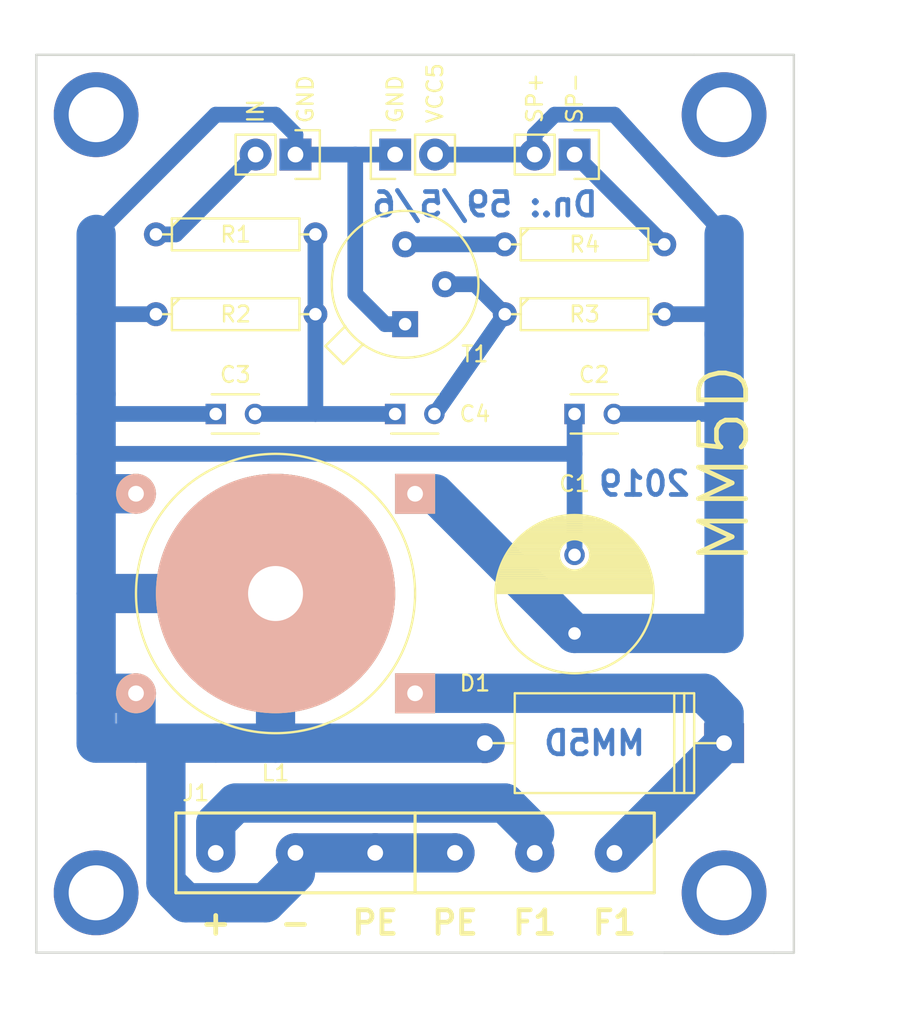
<source format=kicad_pcb>
(kicad_pcb (version 4) (host pcbnew 4.0.5+dfsg1-4)

  (general
    (links 0)
    (no_connects 0)
    (area 109.862857 65.015713 178.029999 132.240001)
    (thickness 1.6)
    (drawings 33)
    (tracks 75)
    (zones 0)
    (modules 24)
    (nets 1)
  )

  (page A4)
  (title_block
    (title "MM5D controlling and remote monitoring equipment")
    (date 2019-11-01)
    (rev 191101)
    (company "Pozsar Zsolt - http://www.szerafingomba.hu")
    (comment 4 "Draw no.: 59/5/6")
  )

  (layers
    (0 F.Cu signal)
    (31 B.Cu jumper)
    (32 B.Adhes user)
    (33 F.Adhes user)
    (34 B.Paste user)
    (35 F.Paste user)
    (36 B.SilkS user)
    (37 F.SilkS user)
    (38 B.Mask user)
    (39 F.Mask user)
    (40 Dwgs.User user)
    (41 Cmts.User user)
    (42 Eco1.User user)
    (43 Eco2.User user)
    (44 Edge.Cuts user)
    (45 Margin user)
    (46 B.CrtYd user)
    (47 F.CrtYd user)
    (48 B.Fab user)
    (49 F.Fab user)
  )

  (setup
    (last_trace_width 0.25)
    (user_trace_width 1)
    (user_trace_width 2.5)
    (trace_clearance 0.2)
    (zone_clearance 0.508)
    (zone_45_only no)
    (trace_min 0.2)
    (segment_width 0.2)
    (edge_width 0.15)
    (via_size 0.6)
    (via_drill 0.4)
    (via_min_size 0.4)
    (via_min_drill 0.3)
    (uvia_size 0.3)
    (uvia_drill 0.1)
    (uvias_allowed no)
    (uvia_min_size 0.2)
    (uvia_min_drill 0.1)
    (pcb_text_width 0.3)
    (pcb_text_size 1.5 1.5)
    (mod_edge_width 0.15)
    (mod_text_size 1 1)
    (mod_text_width 0.15)
    (pad_size 2.49936 2.49936)
    (pad_drill 1)
    (pad_to_mask_clearance 0.2)
    (aux_axis_origin 0 0)
    (visible_elements 7FFEEF7F)
    (pcbplotparams
      (layerselection 0x00000_80000000)
      (usegerberextensions false)
      (excludeedgelayer false)
      (linewidth 0.150000)
      (plotframeref true)
      (viasonmask false)
      (mode 1)
      (useauxorigin false)
      (hpglpennumber 1)
      (hpglpenspeed 20)
      (hpglpendiameter 15)
      (hpglpenoverlay 2)
      (psnegative false)
      (psa4output false)
      (plotreference true)
      (plotvalue false)
      (plotinvisibletext false)
      (padsonsilk false)
      (subtractmaskfromsilk false)
      (outputformat 5)
      (mirror true)
      (drillshape 1)
      (scaleselection 1)
      (outputdirectory ""))
  )

  (net 0 "")

  (net_class Default "This is the default net class."
    (clearance 0.2)
    (trace_width 0.25)
    (via_dia 0.6)
    (via_drill 0.4)
    (uvia_dia 0.3)
    (uvia_drill 0.1)
  )

  (module Wire_Pads:SolderWirePad_single_1mmDrill (layer F.Cu) (tedit 5E4F07E4) (tstamp 5E4F1990)
    (at 149.86 119.38)
    (fp_text reference REF** (at 0 -3.81) (layer F.SilkS) hide
      (effects (font (size 1 1) (thickness 0.15)))
    )
    (fp_text value SolderWirePad_single_1mmDrill (at -1.905 3.175) (layer F.Fab)
      (effects (font (size 1 1) (thickness 0.15)))
    )
    (pad 2 thru_hole circle (at 0 0) (size 2.49936 2.49936) (drill 1) (layers *.Cu *.Mask))
  )

  (module Wire_Pads:SolderWirePad_single_1mmDrill (layer F.Cu) (tedit 5E4F07DF) (tstamp 5E4F198C)
    (at 144.78 119.38)
    (fp_text reference REF** (at 0 -3.81) (layer F.SilkS) hide
      (effects (font (size 1 1) (thickness 0.15)))
    )
    (fp_text value SolderWirePad_single_1mmDrill (at -1.905 3.175) (layer F.Fab)
      (effects (font (size 1 1) (thickness 0.15)))
    )
    (pad 1 thru_hole circle (at 0 0) (size 2.49936 2.49936) (drill 1) (layers *.Cu *.Mask))
  )

  (module Wire_Pads:SolderWirePad_single_1mmDrill (layer F.Cu) (tedit 5E4F07EB) (tstamp 5E4F1988)
    (at 154.94 119.38)
    (fp_text reference REF** (at 0 -3.81) (layer F.SilkS) hide
      (effects (font (size 1 1) (thickness 0.15)))
    )
    (fp_text value SolderWirePad_single_1mmDrill (at -1.905 3.175) (layer F.Fab)
      (effects (font (size 1 1) (thickness 0.15)))
    )
    (pad 3 thru_hole circle (at 0 0) (size 2.49936 2.49936) (drill 1) (layers *.Cu *.Mask))
  )

  (module Wire_Pads:SolderWirePad_single_1mmDrill (layer F.Cu) (tedit 5E4F07D9) (tstamp 5E4F1984)
    (at 139.7 119.38)
    (fp_text reference REF** (at 0 -3.81) (layer F.SilkS) hide
      (effects (font (size 1 1) (thickness 0.15)))
    )
    (fp_text value SolderWirePad_single_1mmDrill (at -1.905 3.175) (layer F.Fab)
      (effects (font (size 1 1) (thickness 0.15)))
    )
    (pad 3 thru_hole circle (at 0 0) (size 2.49936 2.49936) (drill 1) (layers *.Cu *.Mask))
  )

  (module Wire_Pads:SolderWirePad_single_1mmDrill (layer F.Cu) (tedit 5E4F07D5) (tstamp 5E4F1980)
    (at 134.62 119.38)
    (fp_text reference REF** (at 0 -3.81) (layer F.SilkS) hide
      (effects (font (size 1 1) (thickness 0.15)))
    )
    (fp_text value SolderWirePad_single_1mmDrill (at -1.905 3.175) (layer F.Fab)
      (effects (font (size 1 1) (thickness 0.15)))
    )
    (pad 2 thru_hole circle (at 0 0) (size 2.49936 2.49936) (drill 1) (layers *.Cu *.Mask))
  )

  (module Pin_Headers:Pin_Header_Straight_1x02 (layer F.Cu) (tedit 5E4F07A1) (tstamp 5E4823B8)
    (at 152.4 74.93 270)
    (descr "Through hole pin header")
    (tags "pin header")
    (fp_text reference REF** (at 0 -5.1 270) (layer F.SilkS) hide
      (effects (font (size 1 1) (thickness 0.15)))
    )
    (fp_text value Pin_Header_Straight_1x02 (at 0 -3.1 270) (layer F.Fab)
      (effects (font (size 1 1) (thickness 0.15)))
    )
    (fp_line (start 1.27 1.27) (end 1.27 3.81) (layer F.SilkS) (width 0.15))
    (fp_line (start 1.55 -1.55) (end 1.55 0) (layer F.SilkS) (width 0.15))
    (fp_line (start -1.75 -1.75) (end -1.75 4.3) (layer F.CrtYd) (width 0.05))
    (fp_line (start 1.75 -1.75) (end 1.75 4.3) (layer F.CrtYd) (width 0.05))
    (fp_line (start -1.75 -1.75) (end 1.75 -1.75) (layer F.CrtYd) (width 0.05))
    (fp_line (start -1.75 4.3) (end 1.75 4.3) (layer F.CrtYd) (width 0.05))
    (fp_line (start 1.27 1.27) (end -1.27 1.27) (layer F.SilkS) (width 0.15))
    (fp_line (start -1.55 0) (end -1.55 -1.55) (layer F.SilkS) (width 0.15))
    (fp_line (start -1.55 -1.55) (end 1.55 -1.55) (layer F.SilkS) (width 0.15))
    (fp_line (start -1.27 1.27) (end -1.27 3.81) (layer F.SilkS) (width 0.15))
    (fp_line (start -1.27 3.81) (end 1.27 3.81) (layer F.SilkS) (width 0.15))
    (pad 1 thru_hole rect (at 0 0 270) (size 2.032 2.032) (drill 1) (layers *.Cu *.Mask))
    (pad 2 thru_hole oval (at 0 2.54 270) (size 2.032 2.032) (drill 1) (layers *.Cu *.Mask))
    (model Pin_Headers.3dshapes/Pin_Header_Straight_1x02.wrl
      (at (xyz 0 -0.05 0))
      (scale (xyz 1 1 1))
      (rotate (xyz 0 0 90))
    )
  )

  (module Pin_Headers:Pin_Header_Straight_1x02 (layer F.Cu) (tedit 5E4F0797) (tstamp 5E4823A8)
    (at 140.97 74.93 90)
    (descr "Through hole pin header")
    (tags "pin header")
    (fp_text reference REF** (at 0 -5.1 90) (layer F.SilkS) hide
      (effects (font (size 1 1) (thickness 0.15)))
    )
    (fp_text value Pin_Header_Straight_1x02 (at 0 -3.1 90) (layer F.Fab)
      (effects (font (size 1 1) (thickness 0.15)))
    )
    (fp_line (start 1.27 1.27) (end 1.27 3.81) (layer F.SilkS) (width 0.15))
    (fp_line (start 1.55 -1.55) (end 1.55 0) (layer F.SilkS) (width 0.15))
    (fp_line (start -1.75 -1.75) (end -1.75 4.3) (layer F.CrtYd) (width 0.05))
    (fp_line (start 1.75 -1.75) (end 1.75 4.3) (layer F.CrtYd) (width 0.05))
    (fp_line (start -1.75 -1.75) (end 1.75 -1.75) (layer F.CrtYd) (width 0.05))
    (fp_line (start -1.75 4.3) (end 1.75 4.3) (layer F.CrtYd) (width 0.05))
    (fp_line (start 1.27 1.27) (end -1.27 1.27) (layer F.SilkS) (width 0.15))
    (fp_line (start -1.55 0) (end -1.55 -1.55) (layer F.SilkS) (width 0.15))
    (fp_line (start -1.55 -1.55) (end 1.55 -1.55) (layer F.SilkS) (width 0.15))
    (fp_line (start -1.27 1.27) (end -1.27 3.81) (layer F.SilkS) (width 0.15))
    (fp_line (start -1.27 3.81) (end 1.27 3.81) (layer F.SilkS) (width 0.15))
    (pad 1 thru_hole rect (at 0 0 90) (size 2.032 2.032) (drill 1) (layers *.Cu *.Mask))
    (pad 2 thru_hole oval (at 0 2.54 90) (size 2.032 2.032) (drill 1) (layers *.Cu *.Mask))
    (model Pin_Headers.3dshapes/Pin_Header_Straight_1x02.wrl
      (at (xyz 0 -0.05 0))
      (scale (xyz 1 1 1))
      (rotate (xyz 0 0 90))
    )
  )

  (module Mounting_Holes:MountingHole_2.7mm_M2.5_Pad (layer F.Cu) (tedit 5E4F0639) (tstamp 5D95109B)
    (at 121.92 121.92)
    (descr "Mounting Hole 2.7mm, M2.5")
    (tags "mounting hole 2.7mm m2.5")
    (fp_text reference REF** (at 0 -6.35) (layer F.SilkS) hide
      (effects (font (size 1 1) (thickness 0.15)))
    )
    (fp_text value MountingHole_2.7mm_M2.5_Pad (at 0 -8.89) (layer F.Fab) hide
      (effects (font (size 1 1) (thickness 0.15)))
    )
    (fp_circle (center 0 0) (end 2.7 0) (layer Cmts.User) (width 0.15))
    (fp_circle (center 0 0) (end 2.95 0) (layer F.CrtYd) (width 0.05))
    (pad 1 thru_hole circle (at 0 0) (size 5.4 5.4) (drill 3.5) (layers *.Cu *.Mask))
  )

  (module Mounting_Holes:MountingHole_2.7mm_M2.5_Pad (layer F.Cu) (tedit 5E4F0633) (tstamp 5D951091)
    (at 161.925 121.92)
    (descr "Mounting Hole 2.7mm, M2.5")
    (tags "mounting hole 2.7mm m2.5")
    (fp_text reference REF** (at 0 -6.35) (layer F.SilkS) hide
      (effects (font (size 1 1) (thickness 0.15)))
    )
    (fp_text value MountingHole_2.7mm_M2.5_Pad (at 0 -8.89) (layer F.Fab) hide
      (effects (font (size 1 1) (thickness 0.15)))
    )
    (fp_circle (center 0 0) (end 2.7 0) (layer Cmts.User) (width 0.15))
    (fp_circle (center 0 0) (end 2.95 0) (layer F.CrtYd) (width 0.05))
    (pad 1 thru_hole circle (at 0 0) (size 5.4 5.4) (drill 3.5) (layers *.Cu *.Mask))
  )

  (module Mounting_Holes:MountingHole_2.7mm_M2.5_Pad (layer F.Cu) (tedit 5E4F062C) (tstamp 5D9510AB)
    (at 161.925 72.39)
    (descr "Mounting Hole 2.7mm, M2.5")
    (tags "mounting hole 2.7mm m2.5")
    (fp_text reference REF** (at 0 5.715) (layer F.SilkS) hide
      (effects (font (size 1 1) (thickness 0.15)))
    )
    (fp_text value MountingHole_2.7mm_M2.5_Pad (at 0 8.255) (layer F.Fab) hide
      (effects (font (size 1 1) (thickness 0.15)))
    )
    (fp_circle (center 0 0) (end 2.7 0) (layer Cmts.User) (width 0.15))
    (fp_circle (center 0 0) (end 2.95 0) (layer F.CrtYd) (width 0.05))
    (pad 1 thru_hole circle (at 0 0) (size 5.4 5.4) (drill 3.5) (layers *.Cu *.Mask))
  )

  (module Mounting_Holes:MountingHole_2.7mm_M2.5_Pad (layer F.Cu) (tedit 5E4F061D) (tstamp 5D9510B8)
    (at 121.92 72.39)
    (descr "Mounting Hole 2.7mm, M2.5")
    (tags "mounting hole 2.7mm m2.5")
    (fp_text reference REF** (at 0 5.715) (layer F.SilkS) hide
      (effects (font (size 1 1) (thickness 0.15)))
    )
    (fp_text value MountingHole_2.7mm_M2.5_Pad (at 0.635 8.255) (layer F.Fab) hide
      (effects (font (size 1 1) (thickness 0.15)))
    )
    (fp_circle (center 0 0) (end 2.7 0) (layer Cmts.User) (width 0.15))
    (fp_circle (center 0 0) (end 2.95 0) (layer F.CrtYd) (width 0.05))
    (pad 1 thru_hole circle (at 0 0) (size 5.4 5.4) (drill 3.5) (layers *.Cu *.Mask))
  )

  (module Pin_Headers:Pin_Header_Straight_1x02 (layer F.Cu) (tedit 5E4F078E) (tstamp 5D9922CC)
    (at 134.62 74.93 270)
    (descr "Through hole pin header")
    (tags "pin header")
    (fp_text reference REF** (at 0 -5.1 270) (layer F.SilkS) hide
      (effects (font (size 1 1) (thickness 0.15)))
    )
    (fp_text value Pin_Header_Straight_1x02 (at 0 -3.1 270) (layer F.Fab)
      (effects (font (size 1 1) (thickness 0.15)))
    )
    (fp_line (start 1.27 1.27) (end 1.27 3.81) (layer F.SilkS) (width 0.15))
    (fp_line (start 1.55 -1.55) (end 1.55 0) (layer F.SilkS) (width 0.15))
    (fp_line (start -1.75 -1.75) (end -1.75 4.3) (layer F.CrtYd) (width 0.05))
    (fp_line (start 1.75 -1.75) (end 1.75 4.3) (layer F.CrtYd) (width 0.05))
    (fp_line (start -1.75 -1.75) (end 1.75 -1.75) (layer F.CrtYd) (width 0.05))
    (fp_line (start -1.75 4.3) (end 1.75 4.3) (layer F.CrtYd) (width 0.05))
    (fp_line (start 1.27 1.27) (end -1.27 1.27) (layer F.SilkS) (width 0.15))
    (fp_line (start -1.55 0) (end -1.55 -1.55) (layer F.SilkS) (width 0.15))
    (fp_line (start -1.55 -1.55) (end 1.55 -1.55) (layer F.SilkS) (width 0.15))
    (fp_line (start -1.27 1.27) (end -1.27 3.81) (layer F.SilkS) (width 0.15))
    (fp_line (start -1.27 3.81) (end 1.27 3.81) (layer F.SilkS) (width 0.15))
    (pad 1 thru_hole rect (at 0 0 270) (size 2.032 2.032) (drill 1) (layers *.Cu *.Mask))
    (pad 2 thru_hole oval (at 0 2.54 270) (size 2.032 2.032) (drill 1) (layers *.Cu *.Mask))
    (model Pin_Headers.3dshapes/Pin_Header_Straight_1x02.wrl
      (at (xyz 0 -0.05 0))
      (scale (xyz 1 1 1))
      (rotate (xyz 0 0 90))
    )
  )

  (module Discret:R4 (layer F.Cu) (tedit 5E4F06C4) (tstamp 5E4B34B1)
    (at 153.035 80.645)
    (descr "Resitance 4 pas")
    (tags R)
    (fp_text reference R4 (at 0 0) (layer F.SilkS)
      (effects (font (size 1 1) (thickness 0.15)))
    )
    (fp_text value R4 (at 0 0) (layer F.Fab)
      (effects (font (size 1 1) (thickness 0.15)))
    )
    (fp_line (start -5.08 0) (end -4.064 0) (layer F.SilkS) (width 0.15))
    (fp_line (start -4.064 0) (end -4.064 -1.016) (layer F.SilkS) (width 0.15))
    (fp_line (start -4.064 -1.016) (end 4.064 -1.016) (layer F.SilkS) (width 0.15))
    (fp_line (start 4.064 -1.016) (end 4.064 1.016) (layer F.SilkS) (width 0.15))
    (fp_line (start 4.064 1.016) (end -4.064 1.016) (layer F.SilkS) (width 0.15))
    (fp_line (start -4.064 1.016) (end -4.064 0) (layer F.SilkS) (width 0.15))
    (fp_line (start -4.064 -0.508) (end -3.556 -1.016) (layer F.SilkS) (width 0.15))
    (fp_line (start 5.08 0) (end 4.064 0) (layer F.SilkS) (width 0.15))
    (pad 1 thru_hole circle (at -5.08 0) (size 1.524 1.524) (drill 0.8) (layers *.Cu *.Mask))
    (pad 2 thru_hole circle (at 5.08 0) (size 1.524 1.524) (drill 0.8) (layers *.Cu *.Mask))
    (model Discret.3dshapes/R4.wrl
      (at (xyz 0 0 0))
      (scale (xyz 0.4 0.4 0.4))
      (rotate (xyz 0 0 0))
    )
  )

  (module Discret:R4 (layer F.Cu) (tedit 5E4F06A5) (tstamp 5E4B34CC)
    (at 130.81 80.01)
    (descr "Resitance 4 pas")
    (tags R)
    (fp_text reference R1 (at 0 0) (layer F.SilkS)
      (effects (font (size 1 1) (thickness 0.15)))
    )
    (fp_text value R4 (at 0 0) (layer F.Fab)
      (effects (font (size 1 1) (thickness 0.15)))
    )
    (fp_line (start -5.08 0) (end -4.064 0) (layer F.SilkS) (width 0.15))
    (fp_line (start -4.064 0) (end -4.064 -1.016) (layer F.SilkS) (width 0.15))
    (fp_line (start -4.064 -1.016) (end 4.064 -1.016) (layer F.SilkS) (width 0.15))
    (fp_line (start 4.064 -1.016) (end 4.064 1.016) (layer F.SilkS) (width 0.15))
    (fp_line (start 4.064 1.016) (end -4.064 1.016) (layer F.SilkS) (width 0.15))
    (fp_line (start -4.064 1.016) (end -4.064 0) (layer F.SilkS) (width 0.15))
    (fp_line (start -4.064 -0.508) (end -3.556 -1.016) (layer F.SilkS) (width 0.15))
    (fp_line (start 5.08 0) (end 4.064 0) (layer F.SilkS) (width 0.15))
    (pad 1 thru_hole circle (at -5.08 0) (size 1.524 1.524) (drill 0.8) (layers *.Cu *.Mask))
    (pad 2 thru_hole circle (at 5.08 0) (size 1.524 1.524) (drill 0.8) (layers *.Cu *.Mask))
    (model Discret.3dshapes/R4.wrl
      (at (xyz 0 0 0))
      (scale (xyz 0.4 0.4 0.4))
      (rotate (xyz 0 0 0))
    )
  )

  (module Discret:R4 (layer F.Cu) (tedit 5E4F06B3) (tstamp 5E4B34E7)
    (at 130.81 85.09)
    (descr "Resitance 4 pas")
    (tags R)
    (fp_text reference R2 (at 0 0) (layer F.SilkS)
      (effects (font (size 1 1) (thickness 0.15)))
    )
    (fp_text value R4 (at 0 0) (layer F.Fab)
      (effects (font (size 1 1) (thickness 0.15)))
    )
    (fp_line (start -5.08 0) (end -4.064 0) (layer F.SilkS) (width 0.15))
    (fp_line (start -4.064 0) (end -4.064 -1.016) (layer F.SilkS) (width 0.15))
    (fp_line (start -4.064 -1.016) (end 4.064 -1.016) (layer F.SilkS) (width 0.15))
    (fp_line (start 4.064 -1.016) (end 4.064 1.016) (layer F.SilkS) (width 0.15))
    (fp_line (start 4.064 1.016) (end -4.064 1.016) (layer F.SilkS) (width 0.15))
    (fp_line (start -4.064 1.016) (end -4.064 0) (layer F.SilkS) (width 0.15))
    (fp_line (start -4.064 -0.508) (end -3.556 -1.016) (layer F.SilkS) (width 0.15))
    (fp_line (start 5.08 0) (end 4.064 0) (layer F.SilkS) (width 0.15))
    (pad 1 thru_hole circle (at -5.08 0) (size 1.524 1.524) (drill 0.8) (layers *.Cu *.Mask))
    (pad 2 thru_hole circle (at 5.08 0) (size 1.524 1.524) (drill 0.8) (layers *.Cu *.Mask))
    (model Discret.3dshapes/R4.wrl
      (at (xyz 0 0 0))
      (scale (xyz 0.4 0.4 0.4))
      (rotate (xyz 0 0 0))
    )
  )

  (module Discret:R4 (layer F.Cu) (tedit 5E4F06D0) (tstamp 5E4B3502)
    (at 153.035 85.09)
    (descr "Resitance 4 pas")
    (tags R)
    (fp_text reference R3 (at 0 0) (layer F.SilkS)
      (effects (font (size 1 1) (thickness 0.15)))
    )
    (fp_text value R4 (at 0 0) (layer F.Fab)
      (effects (font (size 1 1) (thickness 0.15)))
    )
    (fp_line (start -5.08 0) (end -4.064 0) (layer F.SilkS) (width 0.15))
    (fp_line (start -4.064 0) (end -4.064 -1.016) (layer F.SilkS) (width 0.15))
    (fp_line (start -4.064 -1.016) (end 4.064 -1.016) (layer F.SilkS) (width 0.15))
    (fp_line (start 4.064 -1.016) (end 4.064 1.016) (layer F.SilkS) (width 0.15))
    (fp_line (start 4.064 1.016) (end -4.064 1.016) (layer F.SilkS) (width 0.15))
    (fp_line (start -4.064 1.016) (end -4.064 0) (layer F.SilkS) (width 0.15))
    (fp_line (start -4.064 -0.508) (end -3.556 -1.016) (layer F.SilkS) (width 0.15))
    (fp_line (start 5.08 0) (end 4.064 0) (layer F.SilkS) (width 0.15))
    (pad 1 thru_hole circle (at -5.08 0) (size 1.524 1.524) (drill 0.8) (layers *.Cu *.Mask))
    (pad 2 thru_hole circle (at 5.08 0) (size 1.524 1.524) (drill 0.8) (layers *.Cu *.Mask))
    (model Discret.3dshapes/R4.wrl
      (at (xyz 0 0 0))
      (scale (xyz 0.4 0.4 0.4))
      (rotate (xyz 0 0 0))
    )
  )

  (module Capacitors_THT:C_Disc_D3_P2.5 (layer F.Cu) (tedit 5E4F0700) (tstamp 5E4B438A)
    (at 129.54 91.44)
    (descr "Capacitor 3mm Disc, Pitch 2.5mm")
    (tags Capacitor)
    (fp_text reference C3 (at 1.25 -2.5) (layer F.SilkS)
      (effects (font (size 1 1) (thickness 0.15)))
    )
    (fp_text value C_Disc_D3_P2.5 (at 1.25 2.5) (layer F.Fab)
      (effects (font (size 1 1) (thickness 0.15)))
    )
    (fp_line (start -0.9 -1.5) (end 3.4 -1.5) (layer F.CrtYd) (width 0.05))
    (fp_line (start 3.4 -1.5) (end 3.4 1.5) (layer F.CrtYd) (width 0.05))
    (fp_line (start 3.4 1.5) (end -0.9 1.5) (layer F.CrtYd) (width 0.05))
    (fp_line (start -0.9 1.5) (end -0.9 -1.5) (layer F.CrtYd) (width 0.05))
    (fp_line (start -0.25 -1.25) (end 2.75 -1.25) (layer F.SilkS) (width 0.15))
    (fp_line (start 2.75 1.25) (end -0.25 1.25) (layer F.SilkS) (width 0.15))
    (pad 1 thru_hole rect (at 0 0) (size 1.3 1.3) (drill 0.8) (layers *.Cu *.Mask))
    (pad 2 thru_hole circle (at 2.5 0) (size 1.3 1.3) (drill 0.8) (layers *.Cu *.Mask))
    (model Capacitors_ThroughHole.3dshapes/C_Disc_D3_P2.5.wrl
      (at (xyz 0.0492126 0 0))
      (scale (xyz 1 1 1))
      (rotate (xyz 0 0 0))
    )
  )

  (module Capacitors_THT:C_Disc_D3_P2.5 (layer F.Cu) (tedit 5E4F070C) (tstamp 5E4B43A1)
    (at 152.4 91.44)
    (descr "Capacitor 3mm Disc, Pitch 2.5mm")
    (tags Capacitor)
    (fp_text reference C2 (at 1.25 -2.5) (layer F.SilkS)
      (effects (font (size 1 1) (thickness 0.15)))
    )
    (fp_text value C_Disc_D3_P2.5 (at 1.25 2.5) (layer F.Fab)
      (effects (font (size 1 1) (thickness 0.15)))
    )
    (fp_line (start -0.9 -1.5) (end 3.4 -1.5) (layer F.CrtYd) (width 0.05))
    (fp_line (start 3.4 -1.5) (end 3.4 1.5) (layer F.CrtYd) (width 0.05))
    (fp_line (start 3.4 1.5) (end -0.9 1.5) (layer F.CrtYd) (width 0.05))
    (fp_line (start -0.9 1.5) (end -0.9 -1.5) (layer F.CrtYd) (width 0.05))
    (fp_line (start -0.25 -1.25) (end 2.75 -1.25) (layer F.SilkS) (width 0.15))
    (fp_line (start 2.75 1.25) (end -0.25 1.25) (layer F.SilkS) (width 0.15))
    (pad 1 thru_hole rect (at 0 0) (size 1.3 1.3) (drill 0.8) (layers *.Cu *.Mask))
    (pad 2 thru_hole circle (at 2.5 0) (size 1.3 1.3) (drill 0.8) (layers *.Cu *.Mask))
    (model Capacitors_ThroughHole.3dshapes/C_Disc_D3_P2.5.wrl
      (at (xyz 0.0492126 0 0))
      (scale (xyz 1 1 1))
      (rotate (xyz 0 0 0))
    )
  )

  (module TO_SOT_Packages_THT:TO39EBC (layer F.Cu) (tedit 5E4F0672) (tstamp 5E4B7301)
    (at 141.605 85.725 90)
    (descr "Transistor TO38")
    (tags TO38)
    (fp_text reference T1 (at -1.905 4.445 180) (layer F.SilkS)
      (effects (font (size 1 1) (thickness 0.15)))
    )
    (fp_text value TO39EBC (at 2.54 -1.778 90) (layer F.Fab)
      (effects (font (size 1 1) (thickness 0.15)))
    )
    (fp_line (start -1.27 -2.667) (end -2.54 -3.937) (layer F.SilkS) (width 0.15))
    (fp_line (start -0.127 -3.81) (end -1.397 -5.08) (layer F.SilkS) (width 0.15))
    (fp_line (start -1.397 -5.08) (end -2.54 -3.937) (layer F.SilkS) (width 0.15))
    (fp_circle (center 2.54 0) (end 5.715 3.429) (layer F.SilkS) (width 0.15))
    (pad 3 thru_hole circle (at 5.08 0 90) (size 1.651 1.651) (drill 0.8) (layers *.Cu *.Mask))
    (pad 2 thru_hole circle (at 2.54 2.54 90) (size 1.651 1.651) (drill 0.8) (layers *.Cu *.Mask))
    (pad 1 thru_hole rect (at 0 0 90) (size 1.651 1.651) (drill 0.8) (layers *.Cu *.Mask))
    (model TO_SOT_Packages_THT.3dshapes/TO39EBC.wrl
      (at (xyz 0 0 0))
      (scale (xyz 1 1 1))
      (rotate (xyz 0 0 0))
    )
  )

  (module Capacitors_THT:C_Radial_D10_L20_P5 (layer F.Cu) (tedit 5E48370E) (tstamp 5E4B9133)
    (at 152.4 105.41 90)
    (descr "Radial Electrolytic Capacitor Diameter 10mm x Length 20mm, Pitch 5mm")
    (tags "Electrolytic Capacitor")
    (fp_text reference C1 (at 9.525 0 180) (layer F.SilkS)
      (effects (font (size 1 1) (thickness 0.15)))
    )
    (fp_text value C_Radial_D10_L20_P5 (at 2.5 6.3 90) (layer F.Fab)
      (effects (font (size 1 1) (thickness 0.15)))
    )
    (fp_line (start 2.575 -4.999) (end 2.575 4.999) (layer F.SilkS) (width 0.15))
    (fp_line (start 2.715 -4.995) (end 2.715 4.995) (layer F.SilkS) (width 0.15))
    (fp_line (start 2.855 -4.987) (end 2.855 4.987) (layer F.SilkS) (width 0.15))
    (fp_line (start 2.995 -4.975) (end 2.995 4.975) (layer F.SilkS) (width 0.15))
    (fp_line (start 3.135 -4.96) (end 3.135 4.96) (layer F.SilkS) (width 0.15))
    (fp_line (start 3.275 -4.94) (end 3.275 4.94) (layer F.SilkS) (width 0.15))
    (fp_line (start 3.415 -4.916) (end 3.415 4.916) (layer F.SilkS) (width 0.15))
    (fp_line (start 3.555 -4.887) (end 3.555 4.887) (layer F.SilkS) (width 0.15))
    (fp_line (start 3.695 -4.855) (end 3.695 4.855) (layer F.SilkS) (width 0.15))
    (fp_line (start 3.835 -4.818) (end 3.835 4.818) (layer F.SilkS) (width 0.15))
    (fp_line (start 3.975 -4.777) (end 3.975 4.777) (layer F.SilkS) (width 0.15))
    (fp_line (start 4.115 -4.732) (end 4.115 -0.466) (layer F.SilkS) (width 0.15))
    (fp_line (start 4.115 0.466) (end 4.115 4.732) (layer F.SilkS) (width 0.15))
    (fp_line (start 4.255 -4.682) (end 4.255 -0.667) (layer F.SilkS) (width 0.15))
    (fp_line (start 4.255 0.667) (end 4.255 4.682) (layer F.SilkS) (width 0.15))
    (fp_line (start 4.395 -4.627) (end 4.395 -0.796) (layer F.SilkS) (width 0.15))
    (fp_line (start 4.395 0.796) (end 4.395 4.627) (layer F.SilkS) (width 0.15))
    (fp_line (start 4.535 -4.567) (end 4.535 -0.885) (layer F.SilkS) (width 0.15))
    (fp_line (start 4.535 0.885) (end 4.535 4.567) (layer F.SilkS) (width 0.15))
    (fp_line (start 4.675 -4.502) (end 4.675 -0.946) (layer F.SilkS) (width 0.15))
    (fp_line (start 4.675 0.946) (end 4.675 4.502) (layer F.SilkS) (width 0.15))
    (fp_line (start 4.815 -4.432) (end 4.815 -0.983) (layer F.SilkS) (width 0.15))
    (fp_line (start 4.815 0.983) (end 4.815 4.432) (layer F.SilkS) (width 0.15))
    (fp_line (start 4.955 -4.356) (end 4.955 -0.999) (layer F.SilkS) (width 0.15))
    (fp_line (start 4.955 0.999) (end 4.955 4.356) (layer F.SilkS) (width 0.15))
    (fp_line (start 5.095 -4.274) (end 5.095 -0.995) (layer F.SilkS) (width 0.15))
    (fp_line (start 5.095 0.995) (end 5.095 4.274) (layer F.SilkS) (width 0.15))
    (fp_line (start 5.235 -4.186) (end 5.235 -0.972) (layer F.SilkS) (width 0.15))
    (fp_line (start 5.235 0.972) (end 5.235 4.186) (layer F.SilkS) (width 0.15))
    (fp_line (start 5.375 -4.091) (end 5.375 -0.927) (layer F.SilkS) (width 0.15))
    (fp_line (start 5.375 0.927) (end 5.375 4.091) (layer F.SilkS) (width 0.15))
    (fp_line (start 5.515 -3.989) (end 5.515 -0.857) (layer F.SilkS) (width 0.15))
    (fp_line (start 5.515 0.857) (end 5.515 3.989) (layer F.SilkS) (width 0.15))
    (fp_line (start 5.655 -3.879) (end 5.655 -0.756) (layer F.SilkS) (width 0.15))
    (fp_line (start 5.655 0.756) (end 5.655 3.879) (layer F.SilkS) (width 0.15))
    (fp_line (start 5.795 -3.761) (end 5.795 -0.607) (layer F.SilkS) (width 0.15))
    (fp_line (start 5.795 0.607) (end 5.795 3.761) (layer F.SilkS) (width 0.15))
    (fp_line (start 5.935 -3.633) (end 5.935 -0.355) (layer F.SilkS) (width 0.15))
    (fp_line (start 5.935 0.355) (end 5.935 3.633) (layer F.SilkS) (width 0.15))
    (fp_line (start 6.075 -3.496) (end 6.075 3.496) (layer F.SilkS) (width 0.15))
    (fp_line (start 6.215 -3.346) (end 6.215 3.346) (layer F.SilkS) (width 0.15))
    (fp_line (start 6.355 -3.184) (end 6.355 3.184) (layer F.SilkS) (width 0.15))
    (fp_line (start 6.495 -3.007) (end 6.495 3.007) (layer F.SilkS) (width 0.15))
    (fp_line (start 6.635 -2.811) (end 6.635 2.811) (layer F.SilkS) (width 0.15))
    (fp_line (start 6.775 -2.593) (end 6.775 2.593) (layer F.SilkS) (width 0.15))
    (fp_line (start 6.915 -2.347) (end 6.915 2.347) (layer F.SilkS) (width 0.15))
    (fp_line (start 7.055 -2.062) (end 7.055 2.062) (layer F.SilkS) (width 0.15))
    (fp_line (start 7.195 -1.72) (end 7.195 1.72) (layer F.SilkS) (width 0.15))
    (fp_line (start 7.335 -1.274) (end 7.335 1.274) (layer F.SilkS) (width 0.15))
    (fp_line (start 7.475 -0.499) (end 7.475 0.499) (layer F.SilkS) (width 0.15))
    (fp_circle (center 5 0) (end 5 -1) (layer F.SilkS) (width 0.15))
    (fp_circle (center 2.5 0) (end 2.5 -5.0375) (layer F.SilkS) (width 0.15))
    (fp_circle (center 2.5 0) (end 2.5 -5.3) (layer F.CrtYd) (width 0.05))
    (pad 1 thru_hole rect (at 0 0 90) (size 1.3 1.3) (drill 0.8) (layers *.Cu *.Mask))
    (pad 2 thru_hole circle (at 5 0 90) (size 1.3 1.3) (drill 0.8) (layers *.Cu *.Mask))
    (model Capacitors_ThroughHole.3dshapes/C_Radial_D10_L20_P5.wrl
      (at (xyz 0 0 0))
      (scale (xyz 1 1 1))
      (rotate (xyz 0 0 0))
    )
  )

  (module Discret:D6 (layer F.Cu) (tedit 5E4F073A) (tstamp 5E4BA0F2)
    (at 154.305 112.395)
    (descr "Diode 6 pas")
    (tags DIODE)
    (fp_text reference D1 (at -8.255 -3.81) (layer F.SilkS)
      (effects (font (size 1 1) (thickness 0.15)))
    )
    (fp_text value D6 (at -0.635 -1.27) (layer F.Fab)
      (effects (font (size 1 1) (thickness 0.15)))
    )
    (fp_line (start -5.715 -3.175) (end -5.715 3.175) (layer F.SilkS) (width 0.15))
    (fp_line (start -5.715 3.175) (end 5.715 3.175) (layer F.SilkS) (width 0.15))
    (fp_line (start 5.715 3.175) (end 5.715 -3.175) (layer F.SilkS) (width 0.15))
    (fp_line (start 5.715 -3.175) (end -5.715 -3.175) (layer F.SilkS) (width 0.15))
    (fp_line (start 5.08 -3.175) (end 5.08 3.175) (layer F.SilkS) (width 0.15))
    (fp_line (start 4.445 3.175) (end 4.445 -3.175) (layer F.SilkS) (width 0.15))
    (fp_line (start 5.715 0) (end 7.62 0) (layer F.SilkS) (width 0.15))
    (fp_line (start -5.715 0) (end -7.62 0) (layer F.SilkS) (width 0.15))
    (pad 2 thru_hole circle (at -7.62 0) (size 2.54 2.54) (drill 1) (layers *.Cu *.Mask))
    (pad 1 thru_hole rect (at 7.62 0) (size 2.54 2.54) (drill 1) (layers *.Cu *.Mask))
    (model Discret.3dshapes/D6.wrl
      (at (xyz 0 0 0))
      (scale (xyz 0.6 0.6 0.6))
      (rotate (xyz 0 0 0))
    )
  )

  (module Capacitors_THT:C_Disc_D3_P2.5 (layer F.Cu) (tedit 5E4F0706) (tstamp 5E4BCC4D)
    (at 140.97 91.44)
    (descr "Capacitor 3mm Disc, Pitch 2.5mm")
    (tags Capacitor)
    (fp_text reference C4 (at 5.08 0) (layer F.SilkS)
      (effects (font (size 1 1) (thickness 0.15)))
    )
    (fp_text value C_Disc_D3_P2.5 (at 1.25 2.5) (layer F.Fab)
      (effects (font (size 1 1) (thickness 0.15)))
    )
    (fp_line (start -0.9 -1.5) (end 3.4 -1.5) (layer F.CrtYd) (width 0.05))
    (fp_line (start 3.4 -1.5) (end 3.4 1.5) (layer F.CrtYd) (width 0.05))
    (fp_line (start 3.4 1.5) (end -0.9 1.5) (layer F.CrtYd) (width 0.05))
    (fp_line (start -0.9 1.5) (end -0.9 -1.5) (layer F.CrtYd) (width 0.05))
    (fp_line (start -0.25 -1.25) (end 2.75 -1.25) (layer F.SilkS) (width 0.15))
    (fp_line (start 2.75 1.25) (end -0.25 1.25) (layer F.SilkS) (width 0.15))
    (pad 1 thru_hole rect (at 0 0) (size 1.3 1.3) (drill 0.8) (layers *.Cu *.Mask))
    (pad 2 thru_hole circle (at 2.5 0) (size 1.3 1.3) (drill 0.8) (layers *.Cu *.Mask))
    (model Capacitors_ThroughHole.3dshapes/C_Disc_D3_P2.5.wrl
      (at (xyz 0.0492126 0 0))
      (scale (xyz 1 1 1))
      (rotate (xyz 0 0 0))
    )
  )

  (module Choke_Toroid_ThroughHole:Transformer_Toroid_horizontal_Diameter18mm (layer F.Cu) (tedit 5E4F0782) (tstamp 5E4C0AEF)
    (at 133.35 102.87)
    (fp_text reference L1 (at 0 11.43) (layer F.SilkS)
      (effects (font (size 1 1) (thickness 0.15)))
    )
    (fp_text value Transformer_Toroid_horizontal_Diameter18mm (at 0 10.16) (layer F.Fab)
      (effects (font (size 1 1) (thickness 0.15)))
    )
    (fp_circle (center 0 0) (end 8.89 0) (layer F.SilkS) (width 0.15))
    (pad "" thru_hole circle (at 0 0) (size 15.24 15.24) (drill 3.5) (layers *.Cu *.SilkS *.Mask))
    (pad 1 thru_hole circle (at -8.89 -6.35) (size 2.54 2.54) (drill 1) (layers *.Cu *.SilkS *.Mask))
    (pad 2 thru_hole circle (at -8.89 6.35) (size 2.54 2.54) (drill 1) (layers *.Cu *.SilkS *.Mask))
    (pad 3 thru_hole rect (at 8.89 -6.35) (size 2.54 2.54) (drill 1) (layers *.Cu *.SilkS *.Mask))
    (pad 4 thru_hole rect (at 8.89 6.35) (size 2.54 2.54) (drill 1) (layers *.Cu *.SilkS *.Mask))
  )

  (module Wire_Pads:SolderWirePad_single_1mmDrill (layer F.Cu) (tedit 5E4F07CF) (tstamp 5E4F196F)
    (at 129.54 119.38)
    (fp_text reference J1 (at -1.27 -3.81) (layer F.SilkS)
      (effects (font (size 1 1) (thickness 0.15)))
    )
    (fp_text value SolderWirePad_single_1mmDrill (at -1.905 3.175) (layer F.Fab)
      (effects (font (size 1 1) (thickness 0.15)))
    )
    (pad 1 thru_hole circle (at 0 0) (size 2.49936 2.49936) (drill 1) (layers *.Cu *.Mask))
  )

  (gr_text MM5D (at 153.67 112.395) (layer B.Cu)
    (effects (font (size 1.5 1.5) (thickness 0.3)) (justify mirror))
  )
  (gr_text "Dn.: 59/5/6" (at 146.685 78.105) (layer B.Cu)
    (effects (font (size 1.5 1.5) (thickness 0.3)) (justify mirror))
  )
  (gr_text 2019 (at 156.845 95.885) (layer B.Cu)
    (effects (font (size 1.5 1.5) (thickness 0.3)) (justify mirror))
  )
  (gr_text MM5D (at 161.925 94.615 90) (layer F.SilkS)
    (effects (font (size 3 3) (thickness 0.3)))
  )
  (gr_text PE (at 144.78 123.825) (layer F.SilkS)
    (effects (font (size 1.5 1.5) (thickness 0.3)))
  )
  (gr_text F1 (at 154.94 123.825) (layer F.SilkS)
    (effects (font (size 1.5 1.5) (thickness 0.3)))
  )
  (gr_text F1 (at 149.86 123.825) (layer F.SilkS)
    (effects (font (size 1.5 1.5) (thickness 0.3)))
  )
  (gr_text PE (at 139.7 123.825) (layer F.SilkS)
    (effects (font (size 1.5 1.5) (thickness 0.3)))
  )
  (gr_text - (at 134.62 123.825) (layer F.SilkS)
    (effects (font (size 1.5 1.5) (thickness 0.3)))
  )
  (gr_text + (at 129.54 123.825) (layer F.SilkS)
    (effects (font (size 1.5 1.5) (thickness 0.3)))
  )
  (gr_line (start 157.48 121.92) (end 142.24 121.92) (angle 90) (layer F.SilkS) (width 0.2))
  (gr_line (start 157.48 116.84) (end 157.48 121.92) (angle 90) (layer F.SilkS) (width 0.2))
  (gr_line (start 142.24 116.84) (end 157.48 116.84) (angle 90) (layer F.SilkS) (width 0.2))
  (gr_line (start 127 116.84) (end 127 121.92) (angle 90) (layer F.SilkS) (width 0.2))
  (gr_line (start 142.24 116.84) (end 127 116.84) (angle 90) (layer F.SilkS) (width 0.2))
  (gr_line (start 142.24 121.92) (end 142.24 116.84) (angle 90) (layer F.SilkS) (width 0.2))
  (gr_line (start 127 121.92) (end 142.24 121.92) (angle 90) (layer F.SilkS) (width 0.2))
  (gr_text IN (at 132.08 73.025 90) (layer F.SilkS)
    (effects (font (size 1 1) (thickness 0.15)) (justify left))
  )
  (gr_text GND (at 135.255 73.025 90) (layer F.SilkS)
    (effects (font (size 1 1) (thickness 0.15)) (justify left))
  )
  (gr_text SP- (at 152.4 73.025 90) (layer F.SilkS)
    (effects (font (size 1 1) (thickness 0.15)) (justify left))
  )
  (gr_text SP+ (at 149.86 73.025 90) (layer F.SilkS)
    (effects (font (size 1 1) (thickness 0.15)) (justify left))
  )
  (gr_text GND (at 140.97 73.025 90) (layer F.SilkS)
    (effects (font (size 1 1) (thickness 0.15)) (justify left))
  )
  (gr_text VCC5 (at 143.51 73.025 90) (layer F.SilkS)
    (effects (font (size 1 1) (thickness 0.15)) (justify left))
  )
  (dimension 57.15 (width 0.3) (layer Dwgs.User)
    (gr_text "57,150 mm" (at 171.529999 97.155 90) (layer Dwgs.User)
      (effects (font (size 1.5 1.5) (thickness 0.3)))
    )
    (feature1 (pts (xy 166.37 68.58) (xy 172.879999 68.58)))
    (feature2 (pts (xy 166.37 125.73) (xy 172.879999 125.73)))
    (crossbar (pts (xy 170.179999 125.73) (xy 170.179999 68.58)))
    (arrow1a (pts (xy 170.179999 68.58) (xy 170.76642 69.706504)))
    (arrow1b (pts (xy 170.179999 68.58) (xy 169.593578 69.706504)))
    (arrow2a (pts (xy 170.179999 125.73) (xy 170.76642 124.603496)))
    (arrow2b (pts (xy 170.179999 125.73) (xy 169.593578 124.603496)))
  )
  (dimension 48.26 (width 0.3) (layer Dwgs.User)
    (gr_text "48,260 mm" (at 142.24 130.89) (layer Dwgs.User)
      (effects (font (size 1.5 1.5) (thickness 0.3)))
    )
    (feature1 (pts (xy 166.37 125.73) (xy 166.37 132.24)))
    (feature2 (pts (xy 118.11 125.73) (xy 118.11 132.24)))
    (crossbar (pts (xy 118.11 129.54) (xy 166.37 129.54)))
    (arrow1a (pts (xy 166.37 129.54) (xy 165.243496 130.126421)))
    (arrow1b (pts (xy 166.37 129.54) (xy 165.243496 128.953579)))
    (arrow2a (pts (xy 118.11 129.54) (xy 119.236504 130.126421)))
    (arrow2b (pts (xy 118.11 129.54) (xy 119.236504 128.953579)))
  )
  (gr_line (start 118.11 68.58) (end 160.02 68.58) (angle 90) (layer Edge.Cuts) (width 0.15))
  (gr_line (start 118.11 125.73) (end 118.11 68.58) (angle 90) (layer Edge.Cuts) (width 0.15))
  (gr_line (start 158.115 125.73) (end 118.11 125.73) (angle 90) (layer Edge.Cuts) (width 0.15))
  (gr_line (start 166.37 125.73) (end 158.115 125.73) (angle 90) (layer Edge.Cuts) (width 0.15))
  (gr_line (start 166.37 68.58) (end 166.37 125.73) (angle 90) (layer Edge.Cuts) (width 0.15))
  (gr_line (start 160.02 68.58) (end 166.37 68.58) (angle 90) (layer Edge.Cuts) (width 0.15))
  (gr_line (start 165.1 125.73) (end 166.37 125.73) (angle 90) (layer Edge.Cuts) (width 0.15))
  (gr_line (start 158.115 125.73) (end 165.1 125.73) (angle 90) (layer Edge.Cuts) (width 0.15))

  (segment (start 134.62 119.38) (end 139.7 119.38) (width 2.5) (layer B.Cu) (net 0))
  (segment (start 133.35 102.87) (end 133.35 112.395) (width 2.5) (layer B.Cu) (net 0))
  (segment (start 133.35 102.87) (end 121.92 102.87) (width 2.5) (layer B.Cu) (net 0))
  (segment (start 124.46 109.22) (end 124.46 112.395) (width 2.5) (layer B.Cu) (net 0))
  (segment (start 124.46 109.22) (end 121.92 109.22) (width 2.5) (layer B.Cu) (net 0))
  (segment (start 124.46 96.52) (end 121.92 96.52) (width 2.5) (layer B.Cu) (net 0))
  (segment (start 134.62 119.38) (end 134.62 120.65) (width 1) (layer B.Cu) (net 0))
  (segment (start 126.365 121.285) (end 126.365 113.03) (width 2.5) (layer B.Cu) (net 0) (tstamp 5E4F1A23))
  (segment (start 127.635 122.555) (end 126.365 121.285) (width 2.5) (layer B.Cu) (net 0) (tstamp 5E4F1A22))
  (segment (start 132.715 122.555) (end 127.635 122.555) (width 2.5) (layer B.Cu) (net 0) (tstamp 5E4F1A21))
  (segment (start 134.62 120.65) (end 132.715 122.555) (width 2.5) (layer B.Cu) (net 0) (tstamp 5E4F1A20))
  (segment (start 149.86 119.38) (end 149.86 118.11) (width 1) (layer B.Cu) (net 0))
  (segment (start 129.54 117.475) (end 129.54 119.38) (width 2.5) (layer B.Cu) (net 0) (tstamp 5E4F1A1D))
  (segment (start 130.81 116.205) (end 129.54 117.475) (width 2.5) (layer B.Cu) (net 0) (tstamp 5E4F1A1C))
  (segment (start 147.955 116.205) (end 130.81 116.205) (width 2.5) (layer B.Cu) (net 0) (tstamp 5E4F1A1B))
  (segment (start 149.86 118.11) (end 147.955 116.205) (width 2.5) (layer B.Cu) (net 0) (tstamp 5E4F1A1A))
  (segment (start 154.94 119.38) (end 161.925 112.395) (width 2.5) (layer B.Cu) (net 0))
  (segment (start 142.24 109.22) (end 160.655 109.22) (width 2.5) (layer B.Cu) (net 0))
  (segment (start 161.925 110.49) (end 161.925 112.395) (width 2.5) (layer B.Cu) (net 0) (tstamp 5E4F1A15))
  (segment (start 160.655 109.22) (end 161.925 110.49) (width 2.5) (layer B.Cu) (net 0) (tstamp 5E4F1A14))
  (segment (start 139.7 119.38) (end 144.78 119.38) (width 2.5) (layer B.Cu) (net 0))
  (segment (start 142.24 96.52) (end 143.51 96.52) (width 1) (layer B.Cu) (net 0) (status 30))
  (segment (start 143.51 96.52) (end 152.4 105.41) (width 2.5) (layer B.Cu) (net 0) (tstamp 5E4C0C11) (status 20))
  (segment (start 152.4 93.98) (end 152.4 100.41) (width 1) (layer B.Cu) (net 0) (status 20))
  (segment (start 152.4 105.41) (end 161.925 105.41) (width 2.5) (layer B.Cu) (net 0) (status 10))
  (segment (start 146.685 112.395) (end 133.35 112.395) (width 2.5) (layer B.Cu) (net 0) (status 10))
  (segment (start 133.35 112.395) (end 129.54 112.395) (width 2.5) (layer B.Cu) (net 0) (tstamp 5E4F1AC4) (status 10))
  (segment (start 129.54 112.395) (end 124.46 112.395) (width 2.5) (layer B.Cu) (net 0) (tstamp 5E4F1997))
  (segment (start 124.46 112.395) (end 121.92 112.395) (width 2.5) (layer B.Cu) (net 0) (tstamp 5E4F1A78))
  (segment (start 121.92 112.395) (end 121.92 109.22) (width 2.5) (layer B.Cu) (net 0) (tstamp 5E4C0C06))
  (segment (start 121.92 107.95) (end 121.92 102.87) (width 2.5) (layer B.Cu) (net 0) (tstamp 5E4C0B44))
  (segment (start 121.92 102.87) (end 121.92 96.52) (width 2.5) (layer B.Cu) (net 0) (tstamp 5E4F1A7C))
  (segment (start 121.92 96.52) (end 121.92 93.98) (width 2.5) (layer B.Cu) (net 0) (tstamp 5E4F1A70))
  (segment (start 121.92 109.22) (end 121.92 107.95) (width 2.5) (layer B.Cu) (net 0) (tstamp 5E4F1A74))
  (segment (start 161.925 86.36) (end 161.925 104.14) (width 2.5) (layer B.Cu) (net 0) (tstamp 5E4BCD23))
  (segment (start 161.925 86.36) (end 161.925 85.09) (width 2.5) (layer B.Cu) (net 0) (tstamp 5E4B4418))
  (segment (start 161.925 105.41) (end 161.925 104.14) (width 2.5) (layer B.Cu) (net 0) (tstamp 5E4C0C0C))
  (segment (start 154.9 91.44) (end 161.29 91.44) (width 1) (layer B.Cu) (net 0))
  (segment (start 121.92 93.98) (end 152.4 93.98) (width 1) (layer B.Cu) (net 0))
  (segment (start 152.4 93.98) (end 152.4 91.44) (width 1) (layer B.Cu) (net 0) (tstamp 5E4C0B48))
  (segment (start 129.54 91.44) (end 121.92 91.44) (width 1) (layer B.Cu) (net 0))
  (segment (start 135.89 91.44) (end 140.97 91.44) (width 1) (layer B.Cu) (net 0))
  (segment (start 143.47 91.44) (end 143.51 91.44) (width 1) (layer B.Cu) (net 0) (status 30))
  (segment (start 143.51 91.44) (end 147.955 85.09) (width 1) (layer B.Cu) (net 0) (tstamp 5E4BCC67) (status 10))
  (segment (start 135.89 85.09) (end 135.89 91.44) (width 1) (layer B.Cu) (net 0))
  (segment (start 132.04 91.44) (end 135.89 91.44) (width 1) (layer B.Cu) (net 0) (status 10))
  (segment (start 141.605 85.725) (end 140.335 85.725) (width 1) (layer B.Cu) (net 0))
  (segment (start 138.43 83.82) (end 138.43 74.93) (width 1) (layer B.Cu) (net 0) (tstamp 5E4B7324))
  (segment (start 140.335 85.725) (end 138.43 83.82) (width 1) (layer B.Cu) (net 0) (tstamp 5E4B7323))
  (segment (start 144.145 83.185) (end 146.05 83.185) (width 1) (layer B.Cu) (net 0))
  (segment (start 146.05 83.185) (end 147.955 85.09) (width 1) (layer B.Cu) (net 0) (tstamp 5E4B731A))
  (segment (start 141.605 80.645) (end 147.955 80.645) (width 1) (layer B.Cu) (net 0))
  (segment (start 135.89 80.01) (end 135.89 85.09) (width 1) (layer B.Cu) (net 0))
  (segment (start 125.73 80.01) (end 127 80.01) (width 1) (layer B.Cu) (net 0))
  (segment (start 127 80.01) (end 132.08 74.93) (width 1) (layer B.Cu) (net 0) (tstamp 5E4B4420))
  (segment (start 125.73 85.09) (end 121.92 85.09) (width 1) (layer B.Cu) (net 0))
  (segment (start 152.4 74.93) (end 158.115 80.645) (width 1) (layer B.Cu) (net 0))
  (segment (start 158.115 85.09) (end 161.925 85.09) (width 1) (layer B.Cu) (net 0))
  (segment (start 134.62 74.93) (end 134.62 73.66) (width 1) (layer B.Cu) (net 0))
  (segment (start 121.92 80.01) (end 121.92 85.09) (width 2.5) (layer B.Cu) (net 0) (tstamp 5E482543))
  (segment (start 121.92 85.09) (end 121.92 90.17) (width 2.5) (layer B.Cu) (net 0) (tstamp 5E4B441E))
  (segment (start 121.92 90.17) (end 121.92 91.44) (width 2.5) (layer B.Cu) (net 0) (tstamp 5E4B4434))
  (segment (start 121.92 91.44) (end 121.92 93.98) (width 2.5) (layer B.Cu) (net 0) (tstamp 5E4BCD07))
  (segment (start 121.92 93.98) (end 121.92 93.98) (width 1) (layer B.Cu) (net 0) (tstamp 5E4BCD29))
  (segment (start 129.54 72.39) (end 121.92 80.01) (width 1) (layer B.Cu) (net 0) (tstamp 5E482541))
  (segment (start 133.35 72.39) (end 129.54 72.39) (width 1) (layer B.Cu) (net 0) (tstamp 5E482540))
  (segment (start 134.62 73.66) (end 133.35 72.39) (width 1) (layer B.Cu) (net 0) (tstamp 5E48253F))
  (segment (start 149.86 74.93) (end 149.86 73.66) (width 1) (layer B.Cu) (net 0))
  (segment (start 161.925 80.01) (end 161.925 85.09) (width 2.5) (layer B.Cu) (net 0) (tstamp 5E482534))
  (segment (start 154.94 72.39) (end 161.925 80.01) (width 1) (layer B.Cu) (net 0) (tstamp 5E482532))
  (segment (start 151.13 72.39) (end 154.94 72.39) (width 1) (layer B.Cu) (net 0) (tstamp 5E482531))
  (segment (start 149.86 73.66) (end 151.13 72.39) (width 1) (layer B.Cu) (net 0) (tstamp 5E48252F))
  (segment (start 143.51 74.93) (end 149.86 74.93) (width 1) (layer B.Cu) (net 0) (status 20))
  (segment (start 140.97 74.93) (end 138.43 74.93) (width 1) (layer B.Cu) (net 0) (status 20))
  (segment (start 138.43 74.93) (end 134.62 74.93) (width 1) (layer B.Cu) (net 0) (tstamp 5E4B7327) (status 20))

)

</source>
